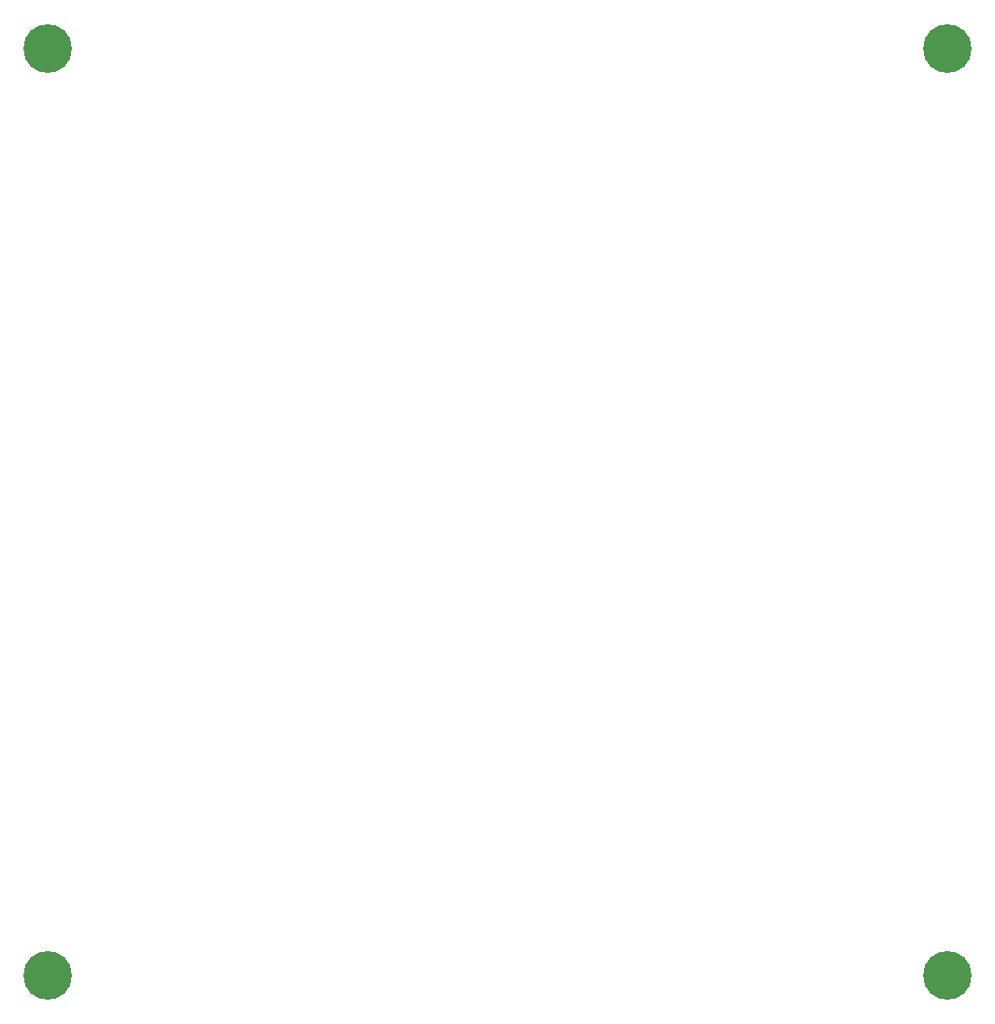
<source format=gbr>
%TF.GenerationSoftware,KiCad,Pcbnew,(6.0.9-0)*%
%TF.CreationDate,2022-12-20T14:10:16+00:00*%
%TF.ProjectId,fauxmac-plus-baseplate,66617578-6d61-4632-9d70-6c75732d6261,rev?*%
%TF.SameCoordinates,Original*%
%TF.FileFunction,Soldermask,Bot*%
%TF.FilePolarity,Negative*%
%FSLAX46Y46*%
G04 Gerber Fmt 4.6, Leading zero omitted, Abs format (unit mm)*
G04 Created by KiCad (PCBNEW (6.0.9-0)) date 2022-12-20 14:10:16*
%MOMM*%
%LPD*%
G01*
G04 APERTURE LIST*
%ADD10C,0.700000*%
%ADD11C,4.400000*%
G04 APERTURE END LIST*
D10*
%TO.C, *%
X127666726Y-29666726D03*
X126500000Y-30150000D03*
X124850000Y-28500000D03*
X128150000Y-28500000D03*
X127666726Y-27333274D03*
X125333274Y-27333274D03*
X125333274Y-29666726D03*
D11*
X126500000Y-28500000D03*
D10*
X126500000Y-26850000D03*
%TD*%
D11*
%TO.C, *%
X208000000Y-28500000D03*
D10*
X206833274Y-29666726D03*
X206350000Y-28500000D03*
X209650000Y-28500000D03*
X209166726Y-27333274D03*
X209166726Y-29666726D03*
X208000000Y-30150000D03*
X206833274Y-27333274D03*
X208000000Y-26850000D03*
%TD*%
%TO.C, *%
X206350000Y-112500000D03*
X209166726Y-111333274D03*
X209166726Y-113666726D03*
X208000000Y-114150000D03*
X209650000Y-112500000D03*
D11*
X208000000Y-112500000D03*
D10*
X206833274Y-111333274D03*
X208000000Y-110850000D03*
X206833274Y-113666726D03*
%TD*%
%TO.C, *%
X125333274Y-113666726D03*
X126500000Y-114150000D03*
X124850000Y-112500000D03*
X125333274Y-111333274D03*
D11*
X126500000Y-112500000D03*
D10*
X128150000Y-112500000D03*
X127666726Y-113666726D03*
X127666726Y-111333274D03*
X126500000Y-110850000D03*
%TD*%
M02*

</source>
